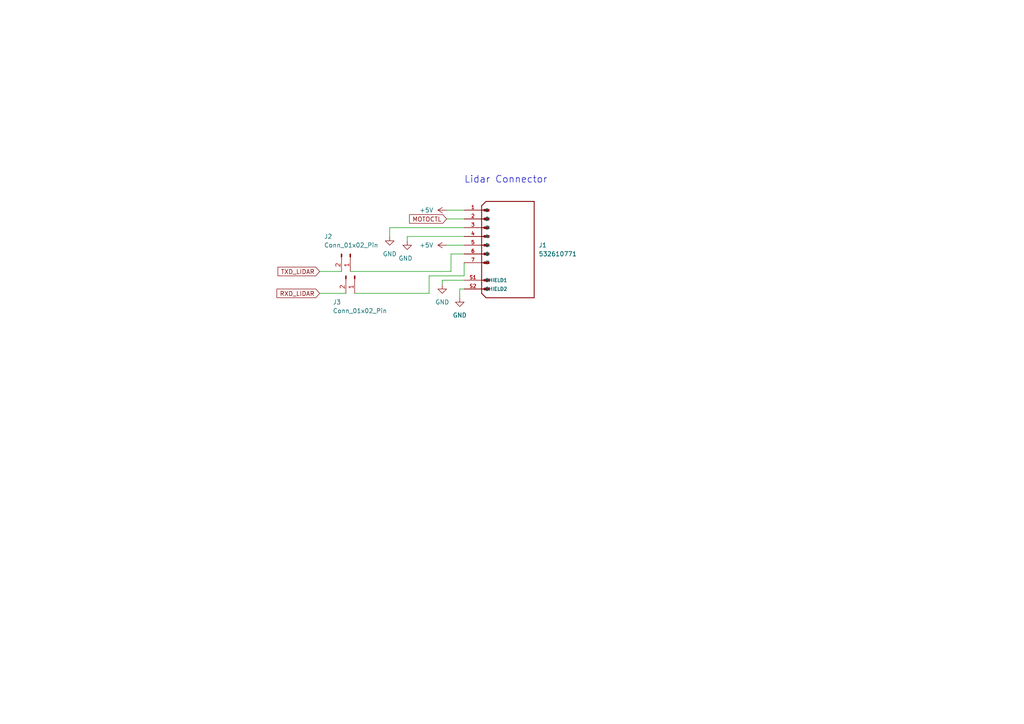
<source format=kicad_sch>
(kicad_sch (version 20230121) (generator eeschema)
  (paper "A4")
  (lib_symbols
    (symbol "532610771:532610771" (pin_names (offset 1.016))
      (property "Reference" "J" (at -7.62 13.97 0))
      (property "Value" "532610771" (at -7.62 -17.78 0))
      (symbol "532610771_0_0"
        (rectangle (start -6.985 -13.0175) (end -5.3975 -12.3825) (stroke (width 0.1)) (fill (type outline)))
        (rectangle (start -6.985 -10.4775) (end -5.3975 -9.8425) (stroke (width 0.1)) (fill (type outline)))
        (rectangle (start -6.985 -5.3975) (end -5.3975 -4.7625) (stroke (width 0.1)) (fill (type outline)))
        (rectangle (start -6.985 -2.8575) (end -5.3975 -2.2225) (stroke (width 0.1)) (fill (type outline)))
        (rectangle (start -6.985 -0.3175) (end -5.3975 0.3175) (stroke (width 0.1)) (fill (type outline)))
        (rectangle (start -6.985 2.2225) (end -5.3975 2.8575) (stroke (width 0.1)) (fill (type outline)))
        (rectangle (start -6.985 4.7625) (end -5.3975 5.3975) (stroke (width 0.1)) (fill (type outline)))
        (rectangle (start -6.985 7.3025) (end -5.3975 7.9375) (stroke (width 0.1)) (fill (type outline)))
        (rectangle (start -6.985 9.8425) (end -5.3975 10.4775) (stroke (width 0.1)) (fill (type outline)))
        (polyline (pts (xy -7.62 -13.97) (xy -6.35 -15.24)) (stroke (width 0.254)))
        (polyline (pts (xy -7.62 -12.7) (xy -5.715 -12.7)) (stroke (width 0.254)))
        (polyline (pts (xy -7.62 -10.16) (xy -5.715 -10.16)) (stroke (width 0.254)))
        (polyline (pts (xy -7.62 -5.08) (xy -5.715 -5.08)) (stroke (width 0.254)))
        (polyline (pts (xy -7.62 -2.54) (xy -5.715 -2.54)) (stroke (width 0.254)))
        (polyline (pts (xy -7.62 0) (xy -5.715 0)) (stroke (width 0.254)))
        (polyline (pts (xy -7.62 2.54) (xy -5.715 2.54)) (stroke (width 0.254)))
        (polyline (pts (xy -7.62 5.08) (xy -5.715 5.08)) (stroke (width 0.254)))
        (polyline (pts (xy -7.62 7.62) (xy -5.715 7.62)) (stroke (width 0.254)))
        (polyline (pts (xy -7.62 10.16) (xy -5.715 10.16)) (stroke (width 0.254)))
        (polyline (pts (xy -7.62 11.43) (xy -7.62 -13.97)) (stroke (width 0.254)))
        (polyline (pts (xy -7.62 11.43) (xy -6.35 12.7)) (stroke (width 0.254)))
        (polyline (pts (xy -6.35 -15.24) (xy 7.62 -15.24)) (stroke (width 0.254)))
        (polyline (pts (xy 7.62 -15.24) (xy 7.62 12.7)) (stroke (width 0.254)))
        (polyline (pts (xy 7.62 12.7) (xy -6.35 12.7)) (stroke (width 0.254)))
        (pin passive line (at -12.7 10.16 0) (length 5.08) (name "1") (number "1"))
        (pin passive line (at -12.7 7.62 0) (length 5.08) (name "2") (number "2"))
        (pin passive line (at -12.7 5.08 0) (length 5.08) (name "3") (number "3"))
        (pin passive line (at -12.7 2.54 0) (length 5.08) (name "4") (number "4"))
        (pin passive line (at -12.7 0 0) (length 5.08) (name "5") (number "5"))
        (pin passive line (at -12.7 -2.54 0) (length 5.08) (name "6") (number "6"))
        (pin passive line (at -12.7 -5.08 0) (length 5.08) (name "7") (number "7"))
        (pin passive line (at -12.7 -10.16 0) (length 5.08) (name "SHIELD1") (number "S1"))
        (pin passive line (at -12.7 -12.7 0) (length 5.08) (name "SHIELD2") (number "S2"))
      )
    )
    (symbol "Connector:Conn_01x02_Pin" (pin_names (offset 1.016) hide)
      (property "Reference" "J" (at 0 2.54 0))
      (property "Value" "Conn_01x02_Pin" (at 0 -5.08 0))
      (symbol "Conn_01x02_Pin_1_1"
        (polyline (pts (xy 1.27 -2.54) (xy 0.8636 -2.54)) (stroke (width 0.1524)))
        (polyline (pts (xy 1.27 0) (xy 0.8636 0)) (stroke (width 0.1524)))
        (rectangle (start 0.8636 -2.413) (end 0 -2.667) (stroke (width 0.1524)) (fill (type outline)))
        (rectangle (start 0.8636 0.127) (end 0 -0.127) (stroke (width 0.1524)) (fill (type outline)))
        (pin passive line (at 5.08 0 180) (length 3.81) (name "Pin_1") (number "1"))
        (pin passive line (at 5.08 -2.54 180) (length 3.81) (name "Pin_2") (number "2"))
      )
    )
    (symbol "power:+5V" (power) (pin_names (offset 0))
      (property "Value" "+5V" (at 0 3.556 0))
      (symbol "+5V_0_1"
        (polyline (pts (xy -0.762 1.27) (xy 0 2.54)))
        (polyline (pts (xy 0 0) (xy 0 2.54)))
        (polyline (pts (xy 0 2.54) (xy 0.762 1.27)))
      )
      (symbol "+5V_1_1"
        (pin power_in line (at 0 0 90) (length 0) hide (name "+5V") (number "1"))
      )
    )
    (symbol "power:GND" (power) (pin_names (offset 0))
      (property "Value" "GND" (at 0 -3.81 0))
      (symbol "GND_0_1"
        (polyline (pts (xy 0 0) (xy 0 -1.27) (xy 1.27 -1.27) (xy 0 -2.54) (xy -1.27 -1.27) (xy 0 -1.27)))
      )
      (symbol "GND_1_1"
        (pin power_in line (at 0 0 270) (length 0) hide (name "GND") (number "1"))
      )
    )
  )
  (wire (pts (xy 133.35 83.82) (xy 133.35 86.36)))
  (wire (pts (xy 113.03 66.04) (xy 134.62 66.04)))
  (wire (pts (xy 134.62 83.82) (xy 133.35 83.82)))
  (wire (pts (xy 134.62 80.01) (xy 134.62 76.2)))
  (wire (pts (xy 134.62 60.96) (xy 129.54 60.96)))
  (wire (pts (xy 92.71 78.74) (xy 99.06 78.74)))
  (wire (pts (xy 134.62 81.28) (xy 128.27 81.28)))
  (wire (pts (xy 129.54 63.5) (xy 134.62 63.5)))
  (wire (pts (xy 102.87 85.09) (xy 124.46 85.09)))
  (wire (pts (xy 128.27 81.28) (xy 128.27 82.55)))
  (wire (pts (xy 124.46 85.09) (xy 124.46 80.01)))
  (wire (pts (xy 130.81 78.74) (xy 130.81 73.66)))
  (wire (pts (xy 118.11 68.58) (xy 118.11 69.85)))
  (wire (pts (xy 101.6 78.74) (xy 130.81 78.74)))
  (wire (pts (xy 118.11 68.58) (xy 134.62 68.58)))
  (wire (pts (xy 124.46 80.01) (xy 134.62 80.01)))
  (wire (pts (xy 113.03 66.04) (xy 113.03 68.58)))
  (wire (pts (xy 129.54 71.12) (xy 134.62 71.12)))
  (wire (pts (xy 92.71 85.09) (xy 100.33 85.09)))
  (wire (pts (xy 130.81 73.66) (xy 134.62 73.66)))
  (text "Lidar Connector\n" (at 134.62 53.34 0) (effects (font (size 2 2)) (justify left bottom)))
  (global_label "MOTOCTL" (shape input) (at 129.54 63.5 180) (property "Intersheetrefs" "${INTERSHEET_REFS}" (effects hide)))
  (global_label "RXD_LIDAR" (shape input) (at 92.71 85.09 180) (property "Intersheetrefs" "${INTERSHEET_REFS}" (effects hide)))
  (global_label "TXD_LIDAR" (shape input) (at 92.71 78.74 180) (property "Intersheetrefs" "${INTERSHEET_REFS}" (effects hide)))
  (symbol (lib_id "power:GND") (at 133.35 86.36 0) (unit 1)
    (property "Reference" "#PWR06" (effects hide))
    (property "Value" "GND" (at 133.35 91.44 0))
  )
  (symbol (lib_id "power:GND") (at 118.11 69.85 0) (unit 1)
    (property "Reference" "#PWR04" (effects hide))
    (property "Value" "GND" (at 115.57 74.93 0) (effects (justify left)))
  )
  (symbol (lib_id "power:+5V") (at 129.54 60.96 90) (unit 1)
    (property "Reference" "#PWR03" (effects hide))
    (property "Value" "+5V" (at 125.73 60.96 90) (effects (justify left)))
  )
  (symbol (lib_id "power:GND") (at 128.27 82.55 0) (unit 1)
    (property "Reference" "#PWR07" (effects hide))
    (property "Value" "GND" (at 128.27 87.63 0))
  )
  (symbol (lib_id "power:GND") (at 113.03 68.58 0) (unit 1)
    (property "Reference" "#PWR02" (effects hide))
    (property "Value" "GND" (at 113.03 73.66 0))
  )
  (symbol (lib_id "532610771:532610771") (at 147.32 71.12 0) (unit 1)
    (property "Reference" "J1" (at 156.21 71.12 0) (effects (justify left)))
    (property "Value" "532610771" (at 156.21 73.66 0) (effects (justify left)))
    (property "Footprint" "CSTAR-MainBoard-Footprints:MOLEX_532610771" (effects hide))
    (property "DigiKey_Part_Number" "WM7625TR-ND" (effects hide))
    (property "MF" "Molex" (effects hide))
    (property "MAXIMUM_PACKAGE_HEIGHT" "3.4 mm" (effects hide))
    (property "Package" "None" (effects hide))
    (property "Check_prices" "https://www.snapeda.com/parts/0532610771/Molex/view-part/?ref=eda" (effects hide))
    (property "STANDARD" "Manufacturer Recommendations" (effects hide))
    (property "PARTREV" "J" (effects hide))
    (property "SnapEDA_Link" "https://www.snapeda.com/parts/0532610771/Molex/view-part/?ref=snap" (effects hide))
    (property "MP" "0532610771" (effects hide))
    (property "Purchase-URL" "https://www.snapeda.com/api/url_track_click_mouser/?unipart_id=577144&manufacturer=Molex&part_name=0532610771&search_term=None" (effects hide))
    (property "Description" "\nPicoblade Connector, 7 Circuit Single Row, Right Angle Surface Mount SMT PCB\n" (effects hide))
    (property "MANUFACTURER" "Molex" (effects hide))
  )
  (symbol (lib_id "Connector:Conn_01x02_Pin") (at 101.6 73.66 270) (unit 1)
    (property "Reference" "J2" (at 93.98 68.58 90) (effects (justify left)))
    (property "Value" "Conn_01x02_Pin" (at 93.98 71.12 90) (effects (justify left)))
    (property "Footprint" "Connector_PinHeader_2.54mm:PinHeader_1x02_P2.54mm_Vertical" (effects hide))
  )
  (symbol (lib_id "Connector:Conn_01x02_Pin") (at 102.87 80.01 270) (unit 1)
    (property "Reference" "J3" (at 96.52 87.63 90) (effects (justify left)))
    (property "Value" "Conn_01x02_Pin" (at 96.52 90.17 90) (effects (justify left)))
    (property "Footprint" "Connector_PinHeader_2.54mm:PinHeader_1x02_P2.54mm_Vertical" (effects hide))
  )
  (symbol (lib_id "power:+5V") (at 129.54 71.12 90) (unit 1)
    (property "Reference" "#PWR05" (effects hide))
    (property "Value" "+5V" (at 125.73 71.12 90) (effects (justify left)))
  )
)
</source>
